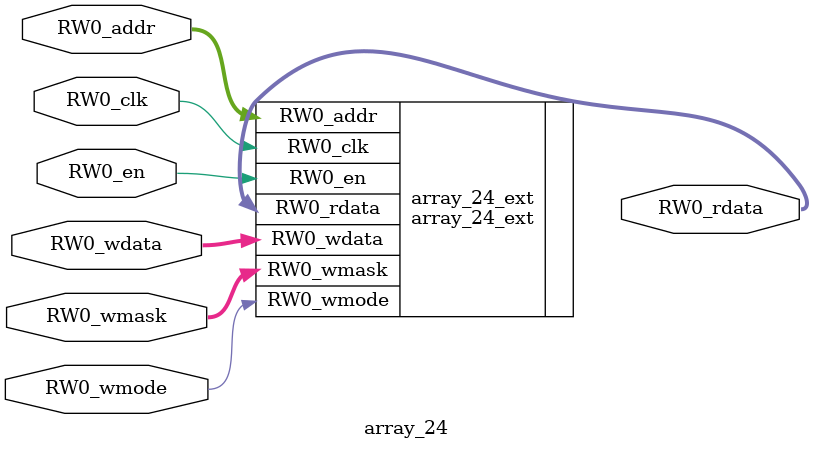
<source format=sv>
`ifndef RANDOMIZE
  `ifdef RANDOMIZE_MEM_INIT
    `define RANDOMIZE
  `endif // RANDOMIZE_MEM_INIT
`endif // not def RANDOMIZE
`ifndef RANDOMIZE
  `ifdef RANDOMIZE_REG_INIT
    `define RANDOMIZE
  `endif // RANDOMIZE_REG_INIT
`endif // not def RANDOMIZE

`ifndef RANDOM
  `define RANDOM $random
`endif // not def RANDOM

// Users can define INIT_RANDOM as general code that gets injected into the
// initializer block for modules with registers.
`ifndef INIT_RANDOM
  `define INIT_RANDOM
`endif // not def INIT_RANDOM

// If using random initialization, you can also define RANDOMIZE_DELAY to
// customize the delay used, otherwise 0.002 is used.
`ifndef RANDOMIZE_DELAY
  `define RANDOMIZE_DELAY 0.002
`endif // not def RANDOMIZE_DELAY

// Define INIT_RANDOM_PROLOG_ for use in our modules below.
`ifndef INIT_RANDOM_PROLOG_
  `ifdef RANDOMIZE
    `ifdef VERILATOR
      `define INIT_RANDOM_PROLOG_ `INIT_RANDOM
    `else  // VERILATOR
      `define INIT_RANDOM_PROLOG_ `INIT_RANDOM #`RANDOMIZE_DELAY begin end
    `endif // VERILATOR
  `else  // RANDOMIZE
    `define INIT_RANDOM_PROLOG_
  `endif // RANDOMIZE
`endif // not def INIT_RANDOM_PROLOG_

// Include register initializers in init blocks unless synthesis is set
`ifndef SYNTHESIS
  `ifndef ENABLE_INITIAL_REG_
    `define ENABLE_INITIAL_REG_
  `endif // not def ENABLE_INITIAL_REG_
`endif // not def SYNTHESIS

// Include rmemory initializers in init blocks unless synthesis is set
`ifndef SYNTHESIS
  `ifndef ENABLE_INITIAL_MEM_
    `define ENABLE_INITIAL_MEM_
  `endif // not def ENABLE_INITIAL_MEM_
`endif // not def SYNTHESIS

module array_24(
  input  [12:0] RW0_addr,
  input         RW0_en,
  input         RW0_clk,
  input         RW0_wmode,
  input  [35:0] RW0_wdata,
  output [35:0] RW0_rdata,
  input  [5:0]  RW0_wmask
);

  array_24_ext array_24_ext (
    .RW0_addr  (RW0_addr),
    .RW0_en    (RW0_en),
    .RW0_clk   (RW0_clk),
    .RW0_wmode (RW0_wmode),
    .RW0_wdata (RW0_wdata),
    .RW0_rdata (RW0_rdata),
    .RW0_wmask (RW0_wmask)
  );
endmodule


</source>
